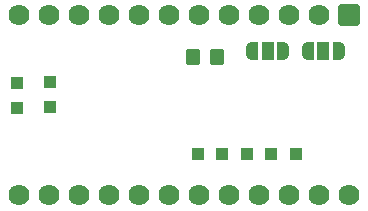
<source format=gbr>
%TF.GenerationSoftware,KiCad,Pcbnew,8.0.7*%
%TF.CreationDate,2025-01-16T05:51:54+01:00*%
%TF.ProjectId,RP2040Micro,52503230-3430-44d6-9963-726f2e6b6963,rev?*%
%TF.SameCoordinates,Original*%
%TF.FileFunction,Soldermask,Bot*%
%TF.FilePolarity,Negative*%
%FSLAX46Y46*%
G04 Gerber Fmt 4.6, Leading zero omitted, Abs format (unit mm)*
G04 Created by KiCad (PCBNEW 8.0.7) date 2025-01-16 05:51:54*
%MOMM*%
%LPD*%
G01*
G04 APERTURE LIST*
G04 Aperture macros list*
%AMRoundRect*
0 Rectangle with rounded corners*
0 $1 Rounding radius*
0 $2 $3 $4 $5 $6 $7 $8 $9 X,Y pos of 4 corners*
0 Add a 4 corners polygon primitive as box body*
4,1,4,$2,$3,$4,$5,$6,$7,$8,$9,$2,$3,0*
0 Add four circle primitives for the rounded corners*
1,1,$1+$1,$2,$3*
1,1,$1+$1,$4,$5*
1,1,$1+$1,$6,$7*
1,1,$1+$1,$8,$9*
0 Add four rect primitives between the rounded corners*
20,1,$1+$1,$2,$3,$4,$5,0*
20,1,$1+$1,$4,$5,$6,$7,0*
20,1,$1+$1,$6,$7,$8,$9,0*
20,1,$1+$1,$8,$9,$2,$3,0*%
%AMFreePoly0*
4,1,19,0.550000,-0.750000,0.000000,-0.750000,0.000000,-0.744911,-0.071157,-0.744911,-0.207708,-0.704816,-0.327430,-0.627875,-0.420627,-0.520320,-0.479746,-0.390866,-0.500000,-0.250000,-0.500000,0.250000,-0.479746,0.390866,-0.420627,0.520320,-0.327430,0.627875,-0.207708,0.704816,-0.071157,0.744911,0.000000,0.744911,0.000000,0.750000,0.550000,0.750000,0.550000,-0.750000,0.550000,-0.750000,
$1*%
%AMFreePoly1*
4,1,19,0.000000,0.744911,0.071157,0.744911,0.207708,0.704816,0.327430,0.627875,0.420627,0.520320,0.479746,0.390866,0.500000,0.250000,0.500000,-0.250000,0.479746,-0.390866,0.420627,-0.520320,0.327430,-0.627875,0.207708,-0.704816,0.071157,-0.744911,0.000000,-0.744911,0.000000,-0.750000,-0.550000,-0.750000,-0.550000,0.750000,0.000000,0.750000,0.000000,0.744911,0.000000,0.744911,
$1*%
G04 Aperture macros list end*
%ADD10RoundRect,0.102000X-0.787400X0.787400X-0.787400X-0.787400X0.787400X-0.787400X0.787400X0.787400X0*%
%ADD11C,1.778800*%
%ADD12R,1.000000X1.000000*%
%ADD13RoundRect,0.250000X-0.350000X-0.450000X0.350000X-0.450000X0.350000X0.450000X-0.350000X0.450000X0*%
%ADD14FreePoly0,180.000000*%
%ADD15R,1.000000X1.500000*%
%ADD16FreePoly1,180.000000*%
G04 APERTURE END LIST*
D10*
%TO.C,U5*%
X134650000Y-83000000D03*
D11*
X132110000Y-83000000D03*
X129570000Y-83000000D03*
X127030000Y-83000000D03*
X124490000Y-83000000D03*
X121950000Y-83000000D03*
X119410000Y-83000000D03*
X116870000Y-83000000D03*
X114330000Y-83000000D03*
X111790000Y-83000000D03*
X109250000Y-83000000D03*
X106710000Y-83000000D03*
X106710000Y-98240000D03*
X109250000Y-98240000D03*
X111790000Y-98240000D03*
X114330000Y-98240000D03*
X116870000Y-98240000D03*
X119410000Y-98240000D03*
X121950000Y-98240000D03*
X124490000Y-98240000D03*
X127030000Y-98240000D03*
X129570000Y-98240000D03*
X132110000Y-98240000D03*
X134650000Y-98240000D03*
%TD*%
D12*
%TO.C,J6*%
X109300000Y-88670000D03*
%TD*%
D13*
%TO.C,R5*%
X121425000Y-86525000D03*
X123425000Y-86525000D03*
%TD*%
D12*
%TO.C,J12*%
X121825000Y-94750000D03*
%TD*%
D14*
%TO.C,JP1*%
X133750000Y-85977500D03*
D15*
X132450000Y-85977500D03*
D16*
X131150000Y-85977500D03*
%TD*%
D14*
%TO.C,JP2*%
X129040000Y-86000000D03*
D15*
X127740000Y-86000000D03*
D16*
X126440000Y-86000000D03*
%TD*%
D12*
%TO.C,J5*%
X106525000Y-90795000D03*
%TD*%
%TO.C,J16*%
X130135000Y-94750000D03*
%TD*%
%TO.C,J3*%
X109300000Y-90750000D03*
%TD*%
%TO.C,J15*%
X128060000Y-94750000D03*
%TD*%
%TO.C,J13*%
X123910000Y-94750000D03*
%TD*%
%TO.C,J14*%
X125985000Y-94750000D03*
%TD*%
%TO.C,J4*%
X106525000Y-88720000D03*
%TD*%
M02*

</source>
